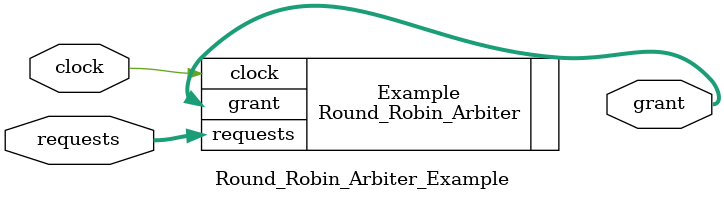
<source format=v>

module Round_Robin_Arbiter_Example
#(
    parameter WORD_WIDTH                = 17
)
(
    input   wire                        clock,
    input   wire    [WORD_WIDTH-1:0]    requests,
    output  reg     [WORD_WIDTH-1:0]    grant
);

    Round_Robin_Arbiter
    #(
        .WORD_WIDTH (WORD_WIDTH)
    )
    Example
    (
        .clock      (clock),
        .requests   (requests),
        .grant      (grant)
    );

endmodule


</source>
